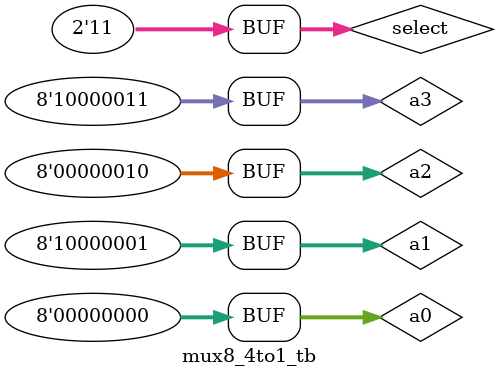
<source format=v>
module mux8_4to1_tb;
reg[7:0] a0,a1,a2,a3;
reg [1:0] select;
wire[7:0] o;
mux8_4to1 m8_4to1(a0,a1,a2,a3, select, o);


initial begin
$monitor("%d a0=%b, a1=%b, a2=%b, a3=%b, select=%b, o=%b", $time,a0,a1,a2,a3,select,o );

a0=0;
a1=0;
a2=0;
a3=0;
select=0;

#100 a0=8'b00000000;a1=8'b10000001;a2=8'b00000010;a3=8'b10000011;select=2'b00;
#100 a0=8'b00000000;a1=8'b10000001;a2=8'b00000010;a3=8'b10000011;select=2'b01;
#100 a0=8'b00000000;a1=8'b10000001;a2=8'b00000010;a3=8'b10000011;select=2'b10;
#100 a0=8'b00000000;a1=8'b10000001;a2=8'b00000010;a3=8'b10000011;select=2'b11;

end

endmodule

</source>
